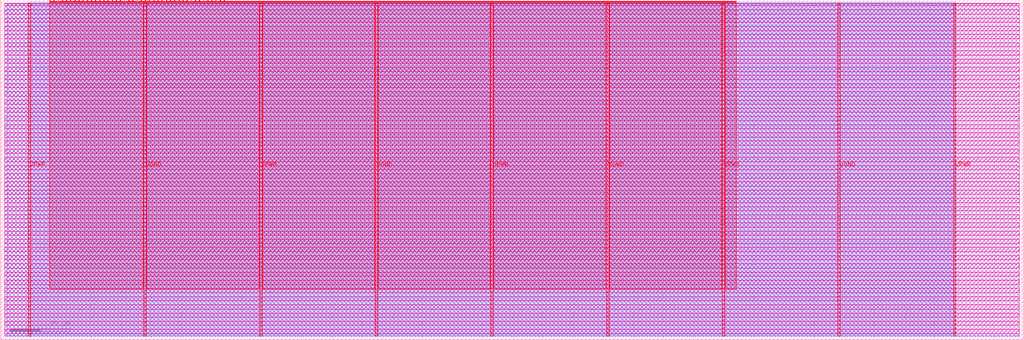
<source format=lef>
VERSION 5.7 ;
  NOWIREEXTENSIONATPIN ON ;
  DIVIDERCHAR "/" ;
  BUSBITCHARS "[]" ;
MACRO tt_um_retospect_neurochip_dup
  CLASS BLOCK ;
  FOREIGN tt_um_retospect_neurochip_dup ;
  ORIGIN 0.000 0.000 ;
  SIZE 678.960 BY 225.760 ;
  PIN VGND
    DIRECTION INOUT ;
    USE GROUND ;
    PORT
      LAYER met4 ;
        RECT 95.080 2.480 96.680 223.280 ;
    END
    PORT
      LAYER met4 ;
        RECT 248.680 2.480 250.280 223.280 ;
    END
    PORT
      LAYER met4 ;
        RECT 402.280 2.480 403.880 223.280 ;
    END
    PORT
      LAYER met4 ;
        RECT 555.880 2.480 557.480 223.280 ;
    END
  END VGND
  PIN VPWR
    DIRECTION INOUT ;
    USE POWER ;
    PORT
      LAYER met4 ;
        RECT 18.280 2.480 19.880 223.280 ;
    END
    PORT
      LAYER met4 ;
        RECT 171.880 2.480 173.480 223.280 ;
    END
    PORT
      LAYER met4 ;
        RECT 325.480 2.480 327.080 223.280 ;
    END
    PORT
      LAYER met4 ;
        RECT 479.080 2.480 480.680 223.280 ;
    END
    PORT
      LAYER met4 ;
        RECT 632.680 2.480 634.280 223.280 ;
    END
  END VPWR
  PIN clk
    DIRECTION INPUT ;
    USE SIGNAL ;
    ANTENNAGATEAREA 0.852000 ;
    PORT
      LAYER met4 ;
        RECT 145.670 224.760 145.970 225.760 ;
    END
  END clk
  PIN ena
    DIRECTION INPUT ;
    USE SIGNAL ;
    ANTENNAGATEAREA 0.196500 ;
    PORT
      LAYER met4 ;
        RECT 148.430 224.760 148.730 225.760 ;
    END
  END ena
  PIN rst_n
    DIRECTION INPUT ;
    USE SIGNAL ;
    ANTENNAGATEAREA 0.196500 ;
    PORT
      LAYER met4 ;
        RECT 142.910 224.760 143.210 225.760 ;
    END
  END rst_n
  PIN ui_in[0]
    DIRECTION INPUT ;
    USE SIGNAL ;
    PORT
      LAYER met4 ;
        RECT 140.150 224.760 140.450 225.760 ;
    END
  END ui_in[0]
  PIN ui_in[1]
    DIRECTION INPUT ;
    USE SIGNAL ;
    PORT
      LAYER met4 ;
        RECT 137.390 224.760 137.690 225.760 ;
    END
  END ui_in[1]
  PIN ui_in[2]
    DIRECTION INPUT ;
    USE SIGNAL ;
    PORT
      LAYER met4 ;
        RECT 134.630 224.760 134.930 225.760 ;
    END
  END ui_in[2]
  PIN ui_in[3]
    DIRECTION INPUT ;
    USE SIGNAL ;
    PORT
      LAYER met4 ;
        RECT 131.870 224.760 132.170 225.760 ;
    END
  END ui_in[3]
  PIN ui_in[4]
    DIRECTION INPUT ;
    USE SIGNAL ;
    PORT
      LAYER met4 ;
        RECT 129.110 224.760 129.410 225.760 ;
    END
  END ui_in[4]
  PIN ui_in[5]
    DIRECTION INPUT ;
    USE SIGNAL ;
    PORT
      LAYER met4 ;
        RECT 126.350 224.760 126.650 225.760 ;
    END
  END ui_in[5]
  PIN ui_in[6]
    DIRECTION INPUT ;
    USE SIGNAL ;
    PORT
      LAYER met4 ;
        RECT 123.590 224.760 123.890 225.760 ;
    END
  END ui_in[6]
  PIN ui_in[7]
    DIRECTION INPUT ;
    USE SIGNAL ;
    PORT
      LAYER met4 ;
        RECT 120.830 224.760 121.130 225.760 ;
    END
  END ui_in[7]
  PIN uio_in[0]
    DIRECTION INPUT ;
    USE SIGNAL ;
    ANTENNAGATEAREA 0.213000 ;
    PORT
      LAYER met4 ;
        RECT 118.070 224.760 118.370 225.760 ;
    END
  END uio_in[0]
  PIN uio_in[1]
    DIRECTION INPUT ;
    USE SIGNAL ;
    PORT
      LAYER met4 ;
        RECT 115.310 224.760 115.610 225.760 ;
    END
  END uio_in[1]
  PIN uio_in[2]
    DIRECTION INPUT ;
    USE SIGNAL ;
    ANTENNAGATEAREA 0.196500 ;
    PORT
      LAYER met4 ;
        RECT 112.550 224.760 112.850 225.760 ;
    END
  END uio_in[2]
  PIN uio_in[3]
    DIRECTION INPUT ;
    USE SIGNAL ;
    ANTENNAGATEAREA 0.159000 ;
    PORT
      LAYER met4 ;
        RECT 109.790 224.760 110.090 225.760 ;
    END
  END uio_in[3]
  PIN uio_in[4]
    DIRECTION INPUT ;
    USE SIGNAL ;
    PORT
      LAYER met4 ;
        RECT 107.030 224.760 107.330 225.760 ;
    END
  END uio_in[4]
  PIN uio_in[5]
    DIRECTION INPUT ;
    USE SIGNAL ;
    PORT
      LAYER met4 ;
        RECT 104.270 224.760 104.570 225.760 ;
    END
  END uio_in[5]
  PIN uio_in[6]
    DIRECTION INPUT ;
    USE SIGNAL ;
    ANTENNAGATEAREA 0.126000 ;
    PORT
      LAYER met4 ;
        RECT 101.510 224.760 101.810 225.760 ;
    END
  END uio_in[6]
  PIN uio_in[7]
    DIRECTION INPUT ;
    USE SIGNAL ;
    PORT
      LAYER met4 ;
        RECT 98.750 224.760 99.050 225.760 ;
    END
  END uio_in[7]
  PIN uio_oe[0]
    DIRECTION OUTPUT TRISTATE ;
    USE SIGNAL ;
    PORT
      LAYER met4 ;
        RECT 51.830 224.760 52.130 225.760 ;
    END
  END uio_oe[0]
  PIN uio_oe[1]
    DIRECTION OUTPUT TRISTATE ;
    USE SIGNAL ;
    PORT
      LAYER met4 ;
        RECT 49.070 224.760 49.370 225.760 ;
    END
  END uio_oe[1]
  PIN uio_oe[2]
    DIRECTION OUTPUT TRISTATE ;
    USE SIGNAL ;
    PORT
      LAYER met4 ;
        RECT 46.310 224.760 46.610 225.760 ;
    END
  END uio_oe[2]
  PIN uio_oe[3]
    DIRECTION OUTPUT TRISTATE ;
    USE SIGNAL ;
    PORT
      LAYER met4 ;
        RECT 43.550 224.760 43.850 225.760 ;
    END
  END uio_oe[3]
  PIN uio_oe[4]
    DIRECTION OUTPUT TRISTATE ;
    USE SIGNAL ;
    PORT
      LAYER met4 ;
        RECT 40.790 224.760 41.090 225.760 ;
    END
  END uio_oe[4]
  PIN uio_oe[5]
    DIRECTION OUTPUT TRISTATE ;
    USE SIGNAL ;
    PORT
      LAYER met4 ;
        RECT 38.030 224.760 38.330 225.760 ;
    END
  END uio_oe[5]
  PIN uio_oe[6]
    DIRECTION OUTPUT TRISTATE ;
    USE SIGNAL ;
    PORT
      LAYER met4 ;
        RECT 35.270 224.760 35.570 225.760 ;
    END
  END uio_oe[6]
  PIN uio_oe[7]
    DIRECTION OUTPUT TRISTATE ;
    USE SIGNAL ;
    PORT
      LAYER met4 ;
        RECT 32.510 224.760 32.810 225.760 ;
    END
  END uio_oe[7]
  PIN uio_out[0]
    DIRECTION OUTPUT TRISTATE ;
    USE SIGNAL ;
    PORT
      LAYER met4 ;
        RECT 73.910 224.760 74.210 225.760 ;
    END
  END uio_out[0]
  PIN uio_out[1]
    DIRECTION OUTPUT TRISTATE ;
    USE SIGNAL ;
    ANTENNADIFFAREA 0.891000 ;
    PORT
      LAYER met4 ;
        RECT 71.150 224.760 71.450 225.760 ;
    END
  END uio_out[1]
  PIN uio_out[2]
    DIRECTION OUTPUT TRISTATE ;
    USE SIGNAL ;
    PORT
      LAYER met4 ;
        RECT 68.390 224.760 68.690 225.760 ;
    END
  END uio_out[2]
  PIN uio_out[3]
    DIRECTION OUTPUT TRISTATE ;
    USE SIGNAL ;
    PORT
      LAYER met4 ;
        RECT 65.630 224.760 65.930 225.760 ;
    END
  END uio_out[3]
  PIN uio_out[4]
    DIRECTION OUTPUT TRISTATE ;
    USE SIGNAL ;
    ANTENNADIFFAREA 0.795200 ;
    PORT
      LAYER met4 ;
        RECT 62.870 224.760 63.170 225.760 ;
    END
  END uio_out[4]
  PIN uio_out[5]
    DIRECTION OUTPUT TRISTATE ;
    USE SIGNAL ;
    ANTENNADIFFAREA 0.795200 ;
    PORT
      LAYER met4 ;
        RECT 60.110 224.760 60.410 225.760 ;
    END
  END uio_out[5]
  PIN uio_out[6]
    DIRECTION OUTPUT TRISTATE ;
    USE SIGNAL ;
    PORT
      LAYER met4 ;
        RECT 57.350 224.760 57.650 225.760 ;
    END
  END uio_out[6]
  PIN uio_out[7]
    DIRECTION OUTPUT TRISTATE ;
    USE SIGNAL ;
    PORT
      LAYER met4 ;
        RECT 54.590 224.760 54.890 225.760 ;
    END
  END uio_out[7]
  PIN uo_out[0]
    DIRECTION OUTPUT TRISTATE ;
    USE SIGNAL ;
    ANTENNADIFFAREA 0.891000 ;
    PORT
      LAYER met4 ;
        RECT 95.990 224.760 96.290 225.760 ;
    END
  END uo_out[0]
  PIN uo_out[1]
    DIRECTION OUTPUT TRISTATE ;
    USE SIGNAL ;
    ANTENNADIFFAREA 0.891000 ;
    PORT
      LAYER met4 ;
        RECT 93.230 224.760 93.530 225.760 ;
    END
  END uo_out[1]
  PIN uo_out[2]
    DIRECTION OUTPUT TRISTATE ;
    USE SIGNAL ;
    ANTENNADIFFAREA 1.590400 ;
    PORT
      LAYER met4 ;
        RECT 90.470 224.760 90.770 225.760 ;
    END
  END uo_out[2]
  PIN uo_out[3]
    DIRECTION OUTPUT TRISTATE ;
    USE SIGNAL ;
    ANTENNADIFFAREA 0.891000 ;
    PORT
      LAYER met4 ;
        RECT 87.710 224.760 88.010 225.760 ;
    END
  END uo_out[3]
  PIN uo_out[4]
    DIRECTION OUTPUT TRISTATE ;
    USE SIGNAL ;
    ANTENNADIFFAREA 0.891000 ;
    PORT
      LAYER met4 ;
        RECT 84.950 224.760 85.250 225.760 ;
    END
  END uo_out[4]
  PIN uo_out[5]
    DIRECTION OUTPUT TRISTATE ;
    USE SIGNAL ;
    ANTENNADIFFAREA 0.891000 ;
    PORT
      LAYER met4 ;
        RECT 82.190 224.760 82.490 225.760 ;
    END
  END uo_out[5]
  PIN uo_out[6]
    DIRECTION OUTPUT TRISTATE ;
    USE SIGNAL ;
    ANTENNADIFFAREA 0.795200 ;
    PORT
      LAYER met4 ;
        RECT 79.430 224.760 79.730 225.760 ;
    END
  END uo_out[6]
  PIN uo_out[7]
    DIRECTION OUTPUT TRISTATE ;
    USE SIGNAL ;
    ANTENNADIFFAREA 0.795200 ;
    PORT
      LAYER met4 ;
        RECT 76.670 224.760 76.970 225.760 ;
    END
  END uo_out[7]
  OBS
      LAYER nwell ;
        RECT 2.570 221.625 676.390 223.230 ;
        RECT 2.570 216.185 676.390 219.015 ;
        RECT 2.570 210.745 676.390 213.575 ;
        RECT 2.570 205.305 676.390 208.135 ;
        RECT 2.570 199.865 676.390 202.695 ;
        RECT 2.570 194.425 676.390 197.255 ;
        RECT 2.570 188.985 676.390 191.815 ;
        RECT 2.570 183.545 676.390 186.375 ;
        RECT 2.570 178.105 676.390 180.935 ;
        RECT 2.570 172.665 676.390 175.495 ;
        RECT 2.570 167.225 676.390 170.055 ;
        RECT 2.570 161.785 676.390 164.615 ;
        RECT 2.570 156.345 676.390 159.175 ;
        RECT 2.570 150.905 676.390 153.735 ;
        RECT 2.570 145.465 676.390 148.295 ;
        RECT 2.570 140.025 676.390 142.855 ;
        RECT 2.570 134.585 676.390 137.415 ;
        RECT 2.570 129.145 676.390 131.975 ;
        RECT 2.570 123.705 676.390 126.535 ;
        RECT 2.570 118.265 676.390 121.095 ;
        RECT 2.570 112.825 676.390 115.655 ;
        RECT 2.570 107.385 676.390 110.215 ;
        RECT 2.570 101.945 676.390 104.775 ;
        RECT 2.570 96.505 676.390 99.335 ;
        RECT 2.570 91.065 676.390 93.895 ;
        RECT 2.570 85.625 676.390 88.455 ;
        RECT 2.570 80.185 676.390 83.015 ;
        RECT 2.570 74.745 676.390 77.575 ;
        RECT 2.570 69.305 676.390 72.135 ;
        RECT 2.570 63.865 676.390 66.695 ;
        RECT 2.570 58.425 676.390 61.255 ;
        RECT 2.570 52.985 676.390 55.815 ;
        RECT 2.570 47.545 676.390 50.375 ;
        RECT 2.570 42.105 676.390 44.935 ;
        RECT 2.570 36.665 676.390 39.495 ;
        RECT 2.570 31.225 676.390 34.055 ;
        RECT 2.570 25.785 676.390 28.615 ;
        RECT 2.570 20.345 676.390 23.175 ;
        RECT 2.570 14.905 676.390 17.735 ;
        RECT 2.570 9.465 676.390 12.295 ;
        RECT 2.570 4.025 676.390 6.855 ;
      LAYER li1 ;
        RECT 2.760 2.635 676.200 223.125 ;
      LAYER met1 ;
        RECT 2.760 2.480 676.200 223.280 ;
      LAYER met2 ;
        RECT 4.240 2.535 634.250 223.565 ;
      LAYER met3 ;
        RECT 18.290 2.555 634.270 224.220 ;
      LAYER met4 ;
        RECT 33.210 224.360 34.870 224.760 ;
        RECT 35.970 224.360 37.630 224.760 ;
        RECT 38.730 224.360 40.390 224.760 ;
        RECT 41.490 224.360 43.150 224.760 ;
        RECT 44.250 224.360 45.910 224.760 ;
        RECT 47.010 224.360 48.670 224.760 ;
        RECT 49.770 224.360 51.430 224.760 ;
        RECT 52.530 224.360 54.190 224.760 ;
        RECT 55.290 224.360 56.950 224.760 ;
        RECT 58.050 224.360 59.710 224.760 ;
        RECT 60.810 224.360 62.470 224.760 ;
        RECT 63.570 224.360 65.230 224.760 ;
        RECT 66.330 224.360 67.990 224.760 ;
        RECT 69.090 224.360 70.750 224.760 ;
        RECT 71.850 224.360 73.510 224.760 ;
        RECT 74.610 224.360 76.270 224.760 ;
        RECT 77.370 224.360 79.030 224.760 ;
        RECT 80.130 224.360 81.790 224.760 ;
        RECT 82.890 224.360 84.550 224.760 ;
        RECT 85.650 224.360 87.310 224.760 ;
        RECT 88.410 224.360 90.070 224.760 ;
        RECT 91.170 224.360 92.830 224.760 ;
        RECT 93.930 224.360 95.590 224.760 ;
        RECT 96.690 224.360 98.350 224.760 ;
        RECT 99.450 224.360 101.110 224.760 ;
        RECT 102.210 224.360 103.870 224.760 ;
        RECT 104.970 224.360 106.630 224.760 ;
        RECT 107.730 224.360 109.390 224.760 ;
        RECT 110.490 224.360 112.150 224.760 ;
        RECT 113.250 224.360 114.910 224.760 ;
        RECT 116.010 224.360 117.670 224.760 ;
        RECT 118.770 224.360 120.430 224.760 ;
        RECT 121.530 224.360 123.190 224.760 ;
        RECT 124.290 224.360 125.950 224.760 ;
        RECT 127.050 224.360 128.710 224.760 ;
        RECT 129.810 224.360 131.470 224.760 ;
        RECT 132.570 224.360 134.230 224.760 ;
        RECT 135.330 224.360 136.990 224.760 ;
        RECT 138.090 224.360 139.750 224.760 ;
        RECT 140.850 224.360 142.510 224.760 ;
        RECT 143.610 224.360 145.270 224.760 ;
        RECT 146.370 224.360 148.030 224.760 ;
        RECT 149.130 224.360 488.225 224.760 ;
        RECT 32.495 223.680 488.225 224.360 ;
        RECT 32.495 33.495 94.680 223.680 ;
        RECT 97.080 33.495 171.480 223.680 ;
        RECT 173.880 33.495 248.280 223.680 ;
        RECT 250.680 33.495 325.080 223.680 ;
        RECT 327.480 33.495 401.880 223.680 ;
        RECT 404.280 33.495 478.680 223.680 ;
        RECT 481.080 33.495 488.225 223.680 ;
  END
END tt_um_retospect_neurochip_dup
END LIBRARY


</source>
